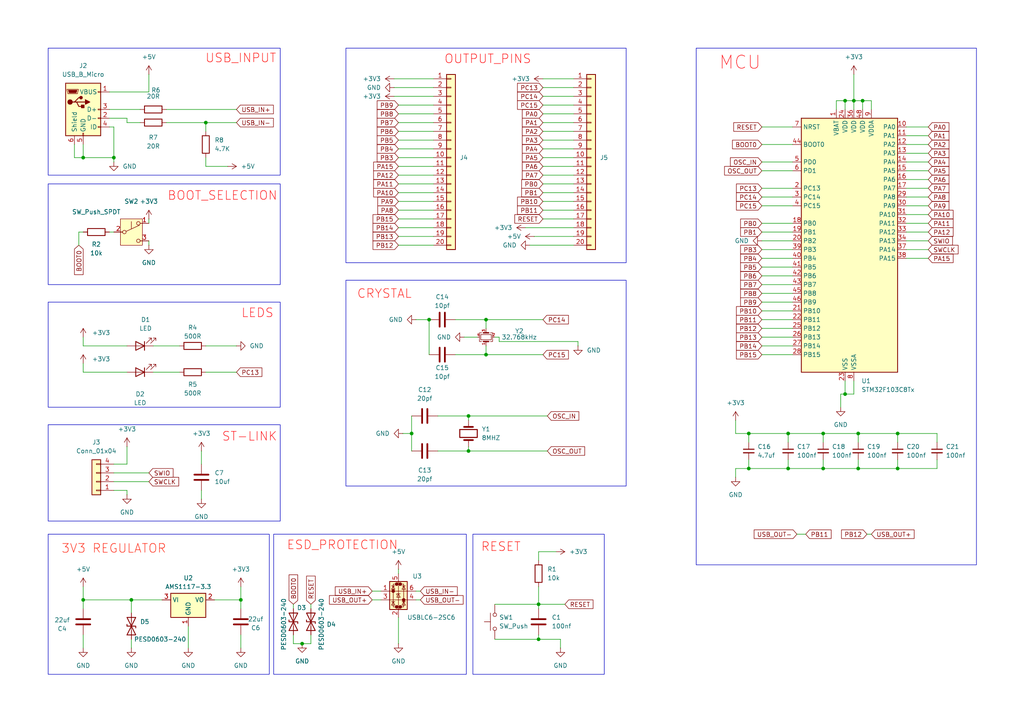
<source format=kicad_sch>
(kicad_sch (version 20250114) (generator "eeschema") (generator_version "9.0")
  (paper "A4")
  (title_block (title "stm32f103c8t6 (blue pill)") (date "2024-11-24") (rev "1.1") (company "made by omar alaa"))
  (lib_symbols
    (symbol "Connector:USB_B_Micro" (pin_names (offset 1.016))
      (property "Reference" "J" (at -5.08 11.43 0))
      (property "Value" "USB_B_Micro" (at -5.08 8.89 0))
      (symbol "USB_B_Micro_1_1"
        (pin passive line (at -2.54 -10.16 90) (length 2.54) (name "Shield") (number "6"))
        (pin power_out line (at 0 -10.16 90) (length 2.54) (name "GND") (number "5"))
        (pin power_out line (at 7.62 5.08 180) (length 2.54) (name "VBUS") (number "1"))
        (pin bidirectional line (at 7.62 0 180) (length 2.54) (name "D+") (number "3"))
        (pin bidirectional line (at 7.62 -2.54 180) (length 2.54) (name "D-") (number "2"))
        (pin passive line (at 7.62 -5.08 180) (length 2.54) (name "ID") (number "4"))
      )
    )
    (symbol "Connector_Generic:Conn_01x04" (pin_names (offset 1.016) (hide yes))
      (property "Reference" "J" (at 0 5.08 0))
      (property "Value" "Conn_01x04" (at 0 -7.62 0))
      (symbol "Conn_01x04_1_1"
        (pin passive line (at -5.08 2.54 0) (length 3.81) (name "Pin_1") (number "1"))
        (pin passive line (at -5.08 0 0) (length 3.81) (name "Pin_2") (number "2"))
        (pin passive line (at -5.08 -2.54 0) (length 3.81) (name "Pin_3") (number "3"))
        (pin passive line (at -5.08 -5.08 0) (length 3.81) (name "Pin_4") (number "4"))
      )
    )
    (symbol "Connector_Generic:Conn_01x20" (pin_names (offset 1.016) (hide yes))
      (property "Reference" "J" (at 0 25.4 0))
      (property "Value" "Conn_01x20" (at 0 -27.94 0))
      (symbol "Conn_01x20_1_1"
        (pin passive line (at -5.08 22.86 0) (length 3.81) (name "Pin_1") (number "1"))
        (pin passive line (at -5.08 20.32 0) (length 3.81) (name "Pin_2") (number "2"))
        (pin passive line (at -5.08 17.78 0) (length 3.81) (name "Pin_3") (number "3"))
        (pin passive line (at -5.08 15.24 0) (length 3.81) (name "Pin_4") (number "4"))
        (pin passive line (at -5.08 12.7 0) (length 3.81) (name "Pin_5") (number "5"))
        (pin passive line (at -5.08 10.16 0) (length 3.81) (name "Pin_6") (number "6"))
        (pin passive line (at -5.08 7.62 0) (length 3.81) (name "Pin_7") (number "7"))
        (pin passive line (at -5.08 5.08 0) (length 3.81) (name "Pin_8") (number "8"))
        (pin passive line (at -5.08 2.54 0) (length 3.81) (name "Pin_9") (number "9"))
        (pin passive line (at -5.08 0 0) (length 3.81) (name "Pin_10") (number "10"))
        (pin passive line (at -5.08 -2.54 0) (length 3.81) (name "Pin_11") (number "11"))
        (pin passive line (at -5.08 -5.08 0) (length 3.81) (name "Pin_12") (number "12"))
        (pin passive line (at -5.08 -7.62 0) (length 3.81) (name "Pin_13") (number "13"))
        (pin passive line (at -5.08 -10.16 0) (length 3.81) (name "Pin_14") (number "14"))
        (pin passive line (at -5.08 -12.7 0) (length 3.81) (name "Pin_15") (number "15"))
        (pin passive line (at -5.08 -15.24 0) (length 3.81) (name "Pin_16") (number "16"))
        (pin passive line (at -5.08 -17.78 0) (length 3.81) (name "Pin_17") (number "17"))
        (pin passive line (at -5.08 -20.32 0) (length 3.81) (name "Pin_18") (number "18"))
        (pin passive line (at -5.08 -22.86 0) (length 3.81) (name "Pin_19") (number "19"))
        (pin passive line (at -5.08 -25.4 0) (length 3.81) (name "Pin_20") (number "20"))
      )
    )
    (symbol "Device:C" (pin_numbers (hide yes)) (pin_names (offset 0.254))
      (property "Reference" "C" (at 0.635 2.54 0))
      (property "Value" "C" (at 0.635 -2.54 0))
      (symbol "C_1_1"
        (pin passive line (at 0 3.81 270) (length 2.794) (name "~") (number "1"))
        (pin passive line (at 0 -3.81 90) (length 2.794) (name "~") (number "2"))
      )
    )
    (symbol "Device:C_Small" (pin_numbers (hide yes)) (pin_names (offset 0.254) (hide yes))
      (property "Reference" "C" (at 0.254 1.778 0))
      (property "Value" "C_Small" (at 0.254 -2.032 0))
      (symbol "C_Small_1_1"
        (pin passive line (at 0 2.54 270) (length 2.032) (name "~") (number "1"))
        (pin passive line (at 0 -2.54 90) (length 2.032) (name "~") (number "2"))
      )
    )
    (symbol "Device:Crystal" (pin_numbers (hide yes)) (pin_names (offset 1.016) (hide yes))
      (property "Reference" "Y" (at 0 3.81 0))
      (property "Value" "Crystal" (at 0 -3.81 0))
      (symbol "Crystal_1_1"
        (pin passive line (at -3.81 0 0) (length 1.27) (name "1") (number "1"))
        (pin passive line (at 3.81 0 180) (length 1.27) (name "2") (number "2"))
      )
    )
    (symbol "Device:Crystal_GND24_Small" (pin_names (offset 1.016) (hide yes))
      (property "Reference" "Y" (at 1.27 4.445 0))
      (property "Value" "Crystal_GND24_Small" (at 1.27 2.54 0))
      (symbol "Crystal_GND24_Small_1_1"
        (pin passive line (at -2.54 0 0) (length 1.27) (name "1") (number "1"))
        (pin passive line (at 0 2.54 270) (length 0.635) (name "4") (number "4"))
        (pin passive line (at 0 -2.54 90) (length 0.635) (name "2") (number "2"))
        (pin passive line (at 2.54 0 180) (length 1.27) (name "3") (number "3"))
      )
    )
    (symbol "Device:LED" (pin_numbers (hide yes)) (pin_names (offset 1.016) (hide yes))
      (property "Reference" "D" (at 0 2.54 0))
      (property "Value" "LED" (at 0 -2.54 0))
      (symbol "LED_1_1"
        (pin passive line (at -3.81 0 0) (length 2.54) (name "K") (number "1"))
        (pin passive line (at 3.81 0 180) (length 2.54) (name "A") (number "2"))
      )
    )
    (symbol "Device:R" (pin_numbers (hide yes)) (pin_names (offset 0))
      (property "Reference" "R" (at 2.032 0 90))
      (property "Value" "R" (at 0 0 90))
      (symbol "R_1_1"
        (pin passive line (at 0 3.81 270) (length 1.27) (name "~") (number "1"))
        (pin passive line (at 0 -3.81 90) (length 1.27) (name "~") (number "2"))
      )
    )
    (symbol "MCU_ST_STM32F1:STM32F103C8Tx"
      (property "Reference" "U" (at -12.7 39.37 0))
      (property "Value" "STM32F103C8Tx" (at 10.16 39.37 0))
      (symbol "STM32F103C8Tx_1_1"
        (pin input line (at -15.24 35.56 0) (length 2.54) (name "NRST") (number "7"))
        (pin input line (at -15.24 30.48 0) (length 2.54) (name "BOOT0") (number "44"))
        (pin bidirectional line (at -15.24 25.4 0) (length 2.54) (name "PD0") (number "5"))
        (pin bidirectional line (at -15.24 22.86 0) (length 2.54) (name "PD1") (number "6"))
        (pin bidirectional line (at -15.24 17.78 0) (length 2.54) (name "PC13") (number "2"))
        (pin bidirectional line (at -15.24 15.24 0) (length 2.54) (name "PC14") (number "3"))
        (pin bidirectional line (at -15.24 12.7 0) (length 2.54) (name "PC15") (number "4"))
        (pin bidirectional line (at -15.24 7.62 0) (length 2.54) (name "PB0") (number "18"))
        (pin bidirectional line (at -15.24 5.08 0) (length 2.54) (name "PB1") (number "19"))
        (pin bidirectional line (at -15.24 2.54 0) (length 2.54) (name "PB2") (number "20"))
        (pin bidirectional line (at -15.24 0 0) (length 2.54) (name "PB3") (number "39"))
        (pin bidirectional line (at -15.24 -2.54 0) (length 2.54) (name "PB4") (number "40"))
        (pin bidirectional line (at -15.24 -5.08 0) (length 2.54) (name "PB5") (number "41"))
        (pin bidirectional line (at -15.24 -7.62 0) (length 2.54) (name "PB6") (number "42"))
        (pin bidirectional line (at -15.24 -10.16 0) (length 2.54) (name "PB7") (number "43"))
        (pin bidirectional line (at -15.24 -12.7 0) (length 2.54) (name "PB8") (number "45"))
        (pin bidirectional line (at -15.24 -15.24 0) (length 2.54) (name "PB9") (number "46"))
        (pin bidirectional line (at -15.24 -17.78 0) (length 2.54) (name "PB10") (number "21"))
        (pin bidirectional line (at -15.24 -20.32 0) (length 2.54) (name "PB11") (number "22"))
        (pin bidirectional line (at -15.24 -22.86 0) (length 2.54) (name "PB12") (number "25"))
        (pin bidirectional line (at -15.24 -25.4 0) (length 2.54) (name "PB13") (number "26"))
        (pin bidirectional line (at -15.24 -27.94 0) (length 2.54) (name "PB14") (number "27"))
        (pin bidirectional line (at -15.24 -30.48 0) (length 2.54) (name "PB15") (number "28"))
        (pin power_in line (at -2.54 40.64 270) (length 2.54) (name "VBAT") (number "1"))
        (pin power_in line (at 0 40.64 270) (length 2.54) (name "VDD") (number "24"))
        (pin power_in line (at 0 -38.1 90) (length 2.54) (name "VSS") (number "23"))
        (pin passive line (at 0 -38.1 90) (length 2.54) (hide yes) (name "VSS") (number "35"))
        (pin passive line (at 0 -38.1 90) (length 2.54) (hide yes) (name "VSS") (number "47"))
        (pin power_in line (at 2.54 40.64 270) (length 2.54) (name "VDD") (number "36"))
        (pin power_in line (at 2.54 -38.1 90) (length 2.54) (name "VSSA") (number "8"))
        (pin power_in line (at 5.08 40.64 270) (length 2.54) (name "VDD") (number "48"))
        (pin power_in line (at 7.62 40.64 270) (length 2.54) (name "VDDA") (number "9"))
        (pin bidirectional line (at 17.78 35.56 180) (length 2.54) (name "PA0") (number "10"))
        (pin bidirectional line (at 17.78 33.02 180) (length 2.54) (name "PA1") (number "11"))
        (pin bidirectional line (at 17.78 30.48 180) (length 2.54) (name "PA2") (number "12"))
        (pin bidirectional line (at 17.78 27.94 180) (length 2.54) (name "PA3") (number "13"))
        (pin bidirectional line (at 17.78 25.4 180) (length 2.54) (name "PA4") (number "14"))
        (pin bidirectional line (at 17.78 22.86 180) (length 2.54) (name "PA5") (number "15"))
        (pin bidirectional line (at 17.78 20.32 180) (length 2.54) (name "PA6") (number "16"))
        (pin bidirectional line (at 17.78 17.78 180) (length 2.54) (name "PA7") (number "17"))
        (pin bidirectional line (at 17.78 15.24 180) (length 2.54) (name "PA8") (number "29"))
        (pin bidirectional line (at 17.78 12.7 180) (length 2.54) (name "PA9") (number "30"))
        (pin bidirectional line (at 17.78 10.16 180) (length 2.54) (name "PA10") (number "31"))
        (pin bidirectional line (at 17.78 7.62 180) (length 2.54) (name "PA11") (number "32"))
        (pin bidirectional line (at 17.78 5.08 180) (length 2.54) (name "PA12") (number "33"))
        (pin bidirectional line (at 17.78 2.54 180) (length 2.54) (name "PA13") (number "34"))
        (pin bidirectional line (at 17.78 0 180) (length 2.54) (name "PA14") (number "37"))
        (pin bidirectional line (at 17.78 -2.54 180) (length 2.54) (name "PA15") (number "38"))
      )
    )
    (symbol "Power_Protection:USBLC6-2SC6" (pin_names (hide yes))
      (property "Reference" "U" (at 0.635 5.715 0))
      (property "Value" "USBLC6-2SC6" (at 0.635 3.81 0))
      (symbol "USBLC6-2SC6_1_1"
        (pin passive line (at -5.08 0 0) (length 2.54) (name "I/O1") (number "1"))
        (pin passive line (at -5.08 -2.54 0) (length 2.54) (name "I/O2") (number "3"))
        (pin passive line (at 0 5.08 270) (length 2.54) (name "VBUS") (number "5"))
        (pin passive line (at 0 -7.62 90) (length 2.54) (name "GND") (number "2"))
        (pin passive line (at 5.08 0 180) (length 2.54) (name "I/O1") (number "6"))
        (pin passive line (at 5.08 -2.54 180) (length 2.54) (name "I/O2") (number "4"))
      )
    )
    (symbol "Regulator_Linear:AMS1117-3.3"
      (property "Reference" "U" (at -3.81 3.175 0))
      (property "Value" "AMS1117-3.3" (at 0 3.175 0))
      (symbol "AMS1117-3.3_1_1"
        (pin power_in line (at -7.62 0 0) (length 2.54) (name "VI") (number "3"))
        (pin power_in line (at 0 -7.62 90) (length 2.54) (name "GND") (number "1"))
        (pin power_out line (at 7.62 0 180) (length 2.54) (name "VO") (number "2"))
      )
    )
    (symbol "SparkFun-DiscreteSemi:D_TVS_0603" (pin_numbers (hide yes)) (pin_names (offset 1.016) (hide yes))
      (property "Reference" "D" (at 0 2.54 0))
      (property "Value" "PESD0603-240" (at 0 -2.54 0))
      (symbol "D_TVS_0603_1_1"
        (pin passive line (at -3.81 0 0) (length 2.54) (name "A1") (number "1"))
        (pin passive line (at 3.81 0 180) (length 2.54) (name "A2") (number "2"))
      )
    )
    (symbol "Switch:SW_Push" (pin_numbers (hide yes)) (pin_names (offset 1.016) (hide yes))
      (property "Reference" "SW" (at 1.27 2.54 0))
      (property "Value" "SW_Push" (at 0 -1.524 0))
      (symbol "SW_Push_0_1"
        (pin passive line (at -5.08 0 0) (length 2.54) (name "1") (number "1"))
        (pin passive line (at 5.08 0 180) (length 2.54) (name "2") (number "2"))
      )
    )
    (symbol "Switch:SW_Push_SPDT" (pin_names (offset 0) (hide yes))
      (property "Reference" "SW" (at 0 5.08 0))
      (property "Value" "SW_Push_SPDT" (at 0 -5.08 0))
      (symbol "SW_Push_SPDT_1_1"
        (pin passive line (at -5.08 0 0) (length 2.54) (name "B") (number "2"))
        (pin passive line (at 5.08 2.54 180) (length 2.54) (name "A") (number "1"))
        (pin passive line (at 5.08 -2.54 180) (length 2.54) (name "C") (number "3"))
      )
    )
    (symbol "power:+3V3" (power) (pin_numbers (hide yes)) (pin_names (offset 0) (hide yes))
      (property "Value" "+3V3" (at 0 3.556 0))
      (symbol "+3V3_1_1"
        (pin power_in line (at 0 0 90) (length 0) (name "~") (number "1"))
      )
    )
    (symbol "power:+5V" (power) (pin_numbers (hide yes)) (pin_names (offset 0) (hide yes))
      (property "Value" "+5V" (at 0 3.556 0))
      (symbol "+5V_1_1"
        (pin power_in line (at 0 0 90) (length 0) (name "~") (number "1"))
      )
    )
    (symbol "power:GND" (power) (pin_numbers (hide yes)) (pin_names (offset 0) (hide yes))
      (property "Value" "GND" (at 0 -3.81 0))
      (symbol "GND_1_1"
        (pin power_in line (at 0 0 270) (length 0) (name "~") (number "1"))
      )
    )
  )
  (rectangle (start 100.33 81.28) (end 181.61 140.97))
  (rectangle (start 13.97 154.94) (end 78.105 195.58))
  (rectangle (start 13.97 13.97) (end 81.28 50.8))
  (rectangle (start 13.97 53.34) (end 81.28 82.55))
  (rectangle (start 79.375 154.94) (end 135.255 195.58))
  (rectangle (start 137.16 154.94) (end 175.26 195.58))
  (rectangle (start 13.97 87.63) (end 81.28 118.11))
  (rectangle (start 100.33 13.97) (end 181.61 76.2))
  (rectangle (start 201.93 13.97) (end 283.21 163.83))
  (rectangle (start 13.97 123.19) (end 81.28 151.13))
  (text "CRYSTAL\n" (at 111.506 85.344 0) (effects (font (size 2.54 2.54))))
  (text "ST-LINK\n" (at 72.39 126.746 0) (effects (font (size 2.54 2.54))))
  (text "RESET" (at 145.288 158.75 0) (effects (font (size 2.54 2.54))))
  (text "ESD_PROTECTION\n" (at 99.314 158.242 0) (effects (font (size 2.54 2.54))))
  (text "USB_INPUT\n" (at 69.85 17.018 0) (effects (font (size 2.54 2.54))))
  (text "BOOT_SELECTION\n" (at 64.516 56.896 0) (effects (font (size 2.54 2.54))))
  (text "MCU\n" (at 214.63 18.288 0) (effects (font (size 3.81 3.81))))
  (text "LEDS" (at 74.676 90.932 0) (effects (font (size 2.54 2.54))))
  (text "OUTPUT_PINS" (at 141.478 17.272 0) (effects (font (size 2.54 2.54))))
  (text "3V3 REGULATOR" (at 33.02 159.258 0) (effects (font (size 2.54 2.54))))
  (junction (at 124.46 92.71))
  (junction (at 247.65 29.21))
  (junction (at 135.89 130.81))
  (junction (at 59.69 35.56))
  (junction (at 69.85 173.99))
  (junction (at 33.02 45.72))
  (junction (at 87.63 186.69))
  (junction (at 119.38 125.73))
  (junction (at 217.17 135.89))
  (junction (at 245.11 29.21))
  (junction (at 156.21 185.42))
  (junction (at 248.92 135.89))
  (junction (at 140.97 102.87))
  (junction (at 238.76 135.89))
  (junction (at 24.13 173.99))
  (junction (at 248.92 125.73))
  (junction (at 228.6 135.89))
  (junction (at 24.13 45.72))
  (junction (at 250.19 29.21))
  (junction (at 156.21 175.26))
  (junction (at 228.6 125.73))
  (junction (at 260.35 135.89))
  (junction (at 217.17 125.73))
  (junction (at 135.89 120.65))
  (junction (at 140.97 92.71))
  (junction (at 38.1 173.99))
  (junction (at 245.11 114.3))
  (junction (at 238.76 125.73))
  (junction (at 260.35 125.73))
  (wire (pts (xy 217.17 135.89) (xy 217.17 133.35)))
  (wire (pts (xy 156.21 170.18) (xy 156.21 175.26)))
  (wire (pts (xy 220.98 57.15) (xy 229.87 57.15)))
  (wire (pts (xy 31.75 31.75) (xy 40.64 31.75)))
  (wire (pts (xy 260.35 128.27) (xy 260.35 125.73)))
  (wire (pts (xy 157.48 38.1) (xy 166.37 38.1)))
  (wire (pts (xy 69.85 170.18) (xy 69.85 173.99)))
  (wire (pts (xy 163.83 175.26) (xy 156.21 175.26)))
  (wire (pts (xy 220.98 41.91) (xy 229.87 41.91)))
  (wire (pts (xy 140.97 92.71) (xy 157.48 92.71)))
  (wire (pts (xy 36.83 35.56) (xy 36.83 34.29)))
  (wire (pts (xy 252.73 29.21) (xy 252.73 31.75)))
  (wire (pts (xy 59.69 35.56) (xy 59.69 38.1)))
  (wire (pts (xy 134.62 97.79) (xy 138.43 97.79)))
  (wire (pts (xy 247.65 21.59) (xy 247.65 29.21)))
  (wire (pts (xy 116.84 125.73) (xy 119.38 125.73)))
  (wire (pts (xy 115.57 63.5) (xy 125.73 63.5)))
  (wire (pts (xy 115.57 58.42) (xy 125.73 58.42)))
  (wire (pts (xy 245.11 110.49) (xy 245.11 114.3)))
  (wire (pts (xy 220.98 95.25) (xy 229.87 95.25)))
  (wire (pts (xy 220.98 92.71) (xy 229.87 92.71)))
  (wire (pts (xy 115.57 165.1) (xy 115.57 166.37)))
  (wire (pts (xy 217.17 135.89) (xy 228.6 135.89)))
  (wire (pts (xy 33.02 139.7) (xy 43.18 139.7)))
  (wire (pts (xy 115.57 38.1) (xy 125.73 38.1)))
  (wire (pts (xy 220.98 97.79) (xy 229.87 97.79)))
  (wire (pts (xy 213.36 125.73) (xy 217.17 125.73)))
  (wire (pts (xy 220.98 102.87) (xy 229.87 102.87)))
  (wire (pts (xy 58.42 142.24) (xy 58.42 144.78)))
  (wire (pts (xy 66.04 48.26) (xy 59.69 48.26)))
  (wire (pts (xy 114.3 27.94) (xy 125.73 27.94)))
  (wire (pts (xy 269.24 52.07) (xy 262.89 52.07)))
  (wire (pts (xy 238.76 128.27) (xy 238.76 125.73)))
  (wire (pts (xy 58.42 130.81) (xy 58.42 134.62)))
  (wire (pts (xy 24.13 173.99) (xy 38.1 173.99)))
  (wire (pts (xy 213.36 121.92) (xy 213.36 125.73)))
  (wire (pts (xy 269.24 59.69) (xy 262.89 59.69)))
  (wire (pts (xy 157.48 53.34) (xy 166.37 53.34)))
  (wire (pts (xy 269.24 74.93) (xy 262.89 74.93)))
  (wire (pts (xy 156.21 175.26) (xy 143.51 175.26)))
  (wire (pts (xy 157.48 45.72) (xy 166.37 45.72)))
  (wire (pts (xy 107.95 173.99) (xy 110.49 173.99)))
  (wire (pts (xy 220.98 36.83) (xy 229.87 36.83)))
  (wire (pts (xy 269.24 69.85) (xy 262.89 69.85)))
  (wire (pts (xy 228.6 135.89) (xy 238.76 135.89)))
  (wire (pts (xy 220.98 82.55) (xy 229.87 82.55)))
  (wire (pts (xy 119.38 125.73) (xy 119.38 130.81)))
  (wire (pts (xy 252.73 29.21) (xy 250.19 29.21)))
  (wire (pts (xy 245.11 114.3) (xy 243.84 114.3)))
  (wire (pts (xy 24.13 105.41) (xy 24.13 107.95)))
  (wire (pts (xy 48.26 31.75) (xy 68.58 31.75)))
  (wire (pts (xy 119.38 120.65) (xy 119.38 125.73)))
  (wire (pts (xy 156.21 176.53) (xy 156.21 175.26)))
  (wire (pts (xy 157.48 60.96) (xy 166.37 60.96)))
  (wire (pts (xy 157.48 40.64) (xy 166.37 40.64)))
  (wire (pts (xy 248.92 135.89) (xy 260.35 135.89)))
  (wire (pts (xy 260.35 135.89) (xy 271.78 135.89)))
  (wire (pts (xy 248.92 128.27) (xy 248.92 125.73)))
  (wire (pts (xy 115.57 50.8) (xy 125.73 50.8)))
  (wire (pts (xy 269.24 41.91) (xy 262.89 41.91)))
  (wire (pts (xy 24.13 41.91) (xy 24.13 45.72)))
  (wire (pts (xy 33.02 46.99) (xy 33.02 45.72)))
  (wire (pts (xy 24.13 184.15) (xy 24.13 187.96)))
  (wire (pts (xy 220.98 87.63) (xy 229.87 87.63)))
  (wire (pts (xy 107.95 171.45) (xy 110.49 171.45)))
  (wire (pts (xy 269.24 39.37) (xy 262.89 39.37)))
  (wire (pts (xy 44.45 100.33) (xy 52.07 100.33)))
  (wire (pts (xy 135.89 130.81) (xy 158.75 130.81)))
  (wire (pts (xy 38.1 173.99) (xy 38.1 177.8)))
  (wire (pts (xy 271.78 135.89) (xy 271.78 133.35)))
  (wire (pts (xy 115.57 53.34) (xy 125.73 53.34)))
  (wire (pts (xy 33.02 142.24) (xy 36.83 142.24)))
  (wire (pts (xy 59.69 48.26) (xy 59.69 45.72)))
  (wire (pts (xy 269.24 54.61) (xy 262.89 54.61)))
  (wire (pts (xy 248.92 135.89) (xy 248.92 133.35)))
  (wire (pts (xy 24.13 170.18) (xy 24.13 173.99)))
  (wire (pts (xy 115.57 33.02) (xy 125.73 33.02)))
  (wire (pts (xy 115.57 40.64) (xy 125.73 40.64)))
  (wire (pts (xy 38.1 187.96) (xy 38.1 185.42)))
  (wire (pts (xy 21.59 41.91) (xy 21.59 45.72)))
  (wire (pts (xy 135.89 130.81) (xy 135.89 129.54)))
  (wire (pts (xy 38.1 173.99) (xy 46.99 173.99)))
  (wire (pts (xy 85.09 175.26) (xy 85.09 176.53)))
  (wire (pts (xy 48.26 35.56) (xy 59.69 35.56)))
  (wire (pts (xy 157.48 58.42) (xy 166.37 58.42)))
  (wire (pts (xy 120.65 173.99) (xy 121.92 173.99)))
  (wire (pts (xy 24.13 107.95) (xy 36.83 107.95)))
  (wire (pts (xy 250.19 31.75) (xy 250.19 29.21)))
  (wire (pts (xy 220.98 64.77) (xy 229.87 64.77)))
  (wire (pts (xy 33.02 36.83) (xy 33.02 45.72)))
  (wire (pts (xy 220.98 69.85) (xy 229.87 69.85)))
  (wire (pts (xy 59.69 100.33) (xy 68.58 100.33)))
  (wire (pts (xy 245.11 29.21) (xy 245.11 31.75)))
  (wire (pts (xy 161.29 160.02) (xy 156.21 160.02)))
  (wire (pts (xy 40.64 35.56) (xy 36.83 35.56)))
  (wire (pts (xy 132.08 92.71) (xy 140.97 92.71)))
  (wire (pts (xy 271.78 125.73) (xy 260.35 125.73)))
  (wire (pts (xy 238.76 125.73) (xy 248.92 125.73)))
  (wire (pts (xy 143.51 185.42) (xy 156.21 185.42)))
  (wire (pts (xy 85.09 186.69) (xy 85.09 184.15)))
  (wire (pts (xy 144.78 97.79) (xy 144.78 99.06)))
  (wire (pts (xy 217.17 128.27) (xy 217.17 125.73)))
  (wire (pts (xy 269.24 64.77) (xy 262.89 64.77)))
  (wire (pts (xy 115.57 55.88) (xy 125.73 55.88)))
  (wire (pts (xy 238.76 135.89) (xy 238.76 133.35)))
  (wire (pts (xy 22.86 67.31) (xy 24.13 67.31)))
  (wire (pts (xy 135.89 120.65) (xy 158.75 120.65)))
  (wire (pts (xy 220.98 85.09) (xy 229.87 85.09)))
  (wire (pts (xy 269.24 46.99) (xy 262.89 46.99)))
  (wire (pts (xy 36.83 142.24) (xy 36.83 143.51)))
  (wire (pts (xy 233.68 154.94) (xy 231.14 154.94)))
  (wire (pts (xy 242.57 29.21) (xy 242.57 31.75)))
  (wire (pts (xy 90.17 186.69) (xy 87.63 186.69)))
  (wire (pts (xy 24.13 176.53) (xy 24.13 173.99)))
  (wire (pts (xy 62.23 173.99) (xy 69.85 173.99)))
  (wire (pts (xy 120.65 171.45) (xy 121.92 171.45)))
  (wire (pts (xy 43.18 71.12) (xy 43.18 69.85)))
  (wire (pts (xy 44.45 107.95) (xy 52.07 107.95)))
  (wire (pts (xy 87.63 186.69) (xy 85.09 186.69)))
  (wire (pts (xy 220.98 49.53) (xy 229.87 49.53)))
  (wire (pts (xy 69.85 184.15) (xy 69.85 187.96)))
  (wire (pts (xy 22.86 71.12) (xy 22.86 67.31)))
  (wire (pts (xy 220.98 59.69) (xy 229.87 59.69)))
  (wire (pts (xy 140.97 100.33) (xy 140.97 102.87)))
  (wire (pts (xy 271.78 128.27) (xy 271.78 125.73)))
  (wire (pts (xy 69.85 176.53) (xy 69.85 173.99)))
  (wire (pts (xy 247.65 29.21) (xy 250.19 29.21)))
  (wire (pts (xy 135.89 120.65) (xy 135.89 121.92)))
  (wire (pts (xy 36.83 129.54) (xy 36.83 134.62)))
  (wire (pts (xy 59.69 107.95) (xy 68.58 107.95)))
  (wire (pts (xy 238.76 135.89) (xy 248.92 135.89)))
  (wire (pts (xy 31.75 67.31) (xy 33.02 67.31)))
  (wire (pts (xy 167.64 99.06) (xy 167.64 100.33)))
  (wire (pts (xy 220.98 54.61) (xy 229.87 54.61)))
  (wire (pts (xy 115.57 48.26) (xy 125.73 48.26)))
  (wire (pts (xy 157.48 33.02) (xy 166.37 33.02)))
  (wire (pts (xy 33.02 137.16) (xy 43.18 137.16)))
  (wire (pts (xy 220.98 80.01) (xy 229.87 80.01)))
  (wire (pts (xy 213.36 135.89) (xy 217.17 135.89)))
  (wire (pts (xy 36.83 134.62) (xy 33.02 134.62)))
  (wire (pts (xy 115.57 68.58) (xy 125.73 68.58)))
  (wire (pts (xy 162.56 185.42) (xy 162.56 187.96)))
  (wire (pts (xy 124.46 92.71) (xy 124.46 102.87)))
  (wire (pts (xy 269.24 36.83) (xy 262.89 36.83)))
  (wire (pts (xy 251.46 154.94) (xy 252.73 154.94)))
  (wire (pts (xy 127 120.65) (xy 135.89 120.65)))
  (wire (pts (xy 36.83 34.29) (xy 31.75 34.29)))
  (wire (pts (xy 248.92 125.73) (xy 260.35 125.73)))
  (wire (pts (xy 157.48 43.18) (xy 166.37 43.18)))
  (wire (pts (xy 144.78 99.06) (xy 167.64 99.06)))
  (wire (pts (xy 247.65 29.21) (xy 245.11 29.21)))
  (wire (pts (xy 54.61 181.61) (xy 54.61 187.96)))
  (wire (pts (xy 115.57 71.12) (xy 125.73 71.12)))
  (wire (pts (xy 24.13 97.79) (xy 24.13 100.33)))
  (wire (pts (xy 228.6 135.89) (xy 228.6 133.35)))
  (wire (pts (xy 162.56 185.42) (xy 156.21 185.42)))
  (wire (pts (xy 217.17 125.73) (xy 228.6 125.73)))
  (wire (pts (xy 59.69 35.56) (xy 68.58 35.56)))
  (wire (pts (xy 115.57 66.04) (xy 125.73 66.04)))
  (wire (pts (xy 157.48 55.88) (xy 166.37 55.88)))
  (wire (pts (xy 156.21 185.42) (xy 156.21 184.15)))
  (wire (pts (xy 114.3 25.4) (xy 125.73 25.4)))
  (wire (pts (xy 90.17 175.26) (xy 90.17 176.53)))
  (wire (pts (xy 220.98 77.47) (xy 229.87 77.47)))
  (wire (pts (xy 24.13 100.33) (xy 36.83 100.33)))
  (wire (pts (xy 43.18 63.5) (xy 43.18 64.77)))
  (wire (pts (xy 21.59 45.72) (xy 24.13 45.72)))
  (wire (pts (xy 228.6 128.27) (xy 228.6 125.73)))
  (wire (pts (xy 114.3 22.86) (xy 125.73 22.86)))
  (wire (pts (xy 153.67 71.12) (xy 166.37 71.12)))
  (wire (pts (xy 115.57 35.56) (xy 125.73 35.56)))
  (wire (pts (xy 157.48 27.94) (xy 166.37 27.94)))
  (wire (pts (xy 220.98 67.31) (xy 229.87 67.31)))
  (wire (pts (xy 24.13 45.72) (xy 33.02 45.72)))
  (wire (pts (xy 115.57 186.69) (xy 115.57 179.07)))
  (wire (pts (xy 154.94 68.58) (xy 166.37 68.58)))
  (wire (pts (xy 269.24 49.53) (xy 262.89 49.53)))
  (wire (pts (xy 127 130.81) (xy 135.89 130.81)))
  (wire (pts (xy 157.48 22.86) (xy 166.37 22.86)))
  (wire (pts (xy 213.36 138.43) (xy 213.36 135.89)))
  (wire (pts (xy 220.98 72.39) (xy 229.87 72.39)))
  (wire (pts (xy 156.21 160.02) (xy 156.21 162.56)))
  (wire (pts (xy 269.24 44.45) (xy 262.89 44.45)))
  (wire (pts (xy 242.57 29.21) (xy 245.11 29.21)))
  (wire (pts (xy 115.57 30.48) (xy 125.73 30.48)))
  (wire (pts (xy 43.18 21.59) (xy 43.18 26.67)))
  (wire (pts (xy 269.24 72.39) (xy 262.89 72.39)))
  (wire (pts (xy 247.65 114.3) (xy 247.65 110.49)))
  (wire (pts (xy 269.24 57.15) (xy 262.89 57.15)))
  (wire (pts (xy 132.08 102.87) (xy 140.97 102.87)))
  (wire (pts (xy 260.35 135.89) (xy 260.35 133.35)))
  (wire (pts (xy 90.17 184.15) (xy 90.17 186.69)))
  (wire (pts (xy 140.97 92.71) (xy 140.97 95.25)))
  (wire (pts (xy 220.98 74.93) (xy 229.87 74.93)))
  (wire (pts (xy 144.78 97.79) (xy 143.51 97.79)))
  (wire (pts (xy 43.18 26.67) (xy 31.75 26.67)))
  (wire (pts (xy 247.65 29.21) (xy 247.65 31.75)))
  (wire (pts (xy 152.4 66.04) (xy 166.37 66.04)))
  (wire (pts (xy 120.65 92.71) (xy 124.46 92.71)))
  (wire (pts (xy 115.57 45.72) (xy 125.73 45.72)))
  (wire (pts (xy 269.24 67.31) (xy 262.89 67.31)))
  (wire (pts (xy 220.98 46.99) (xy 229.87 46.99)))
  (wire (pts (xy 157.48 25.4) (xy 166.37 25.4)))
  (wire (pts (xy 228.6 125.73) (xy 238.76 125.73)))
  (wire (pts (xy 157.48 30.48) (xy 166.37 30.48)))
  (wire (pts (xy 220.98 100.33) (xy 229.87 100.33)))
  (wire (pts (xy 157.48 35.56) (xy 166.37 35.56)))
  (wire (pts (xy 31.75 36.83) (xy 33.02 36.83)))
  (wire (pts (xy 247.65 114.3) (xy 245.11 114.3)))
  (wire (pts (xy 243.84 118.11) (xy 243.84 114.3)))
  (wire (pts (xy 220.98 90.17) (xy 229.87 90.17)))
  (wire (pts (xy 269.24 62.23) (xy 262.89 62.23)))
  (wire (pts (xy 157.48 63.5) (xy 166.37 63.5)))
  (wire (pts (xy 140.97 102.87) (xy 157.48 102.87)))
  (wire (pts (xy 115.57 43.18) (xy 125.73 43.18)))
  (wire (pts (xy 157.48 48.26) (xy 166.37 48.26)))
  (wire (pts (xy 115.57 60.96) (xy 125.73 60.96)))
  (wire (pts (xy 157.48 50.8) (xy 166.37 50.8)))
  (global_label "SWIO" (shape input) (at 269.24 69.85 0) (property "Intersheetrefs" "${INTERSHEET_REFS}" (effects (hide yes))))
  (global_label "PA6" (shape input) (at 269.24 52.07 0) (property "Intersheetrefs" "${INTERSHEET_REFS}" (effects (hide yes))))
  (global_label "PC15" (shape input) (at 220.98 59.69 180) (property "Intersheetrefs" "${INTERSHEET_REFS}" (effects (hide yes))))
  (global_label "PB12" (shape input) (at 220.98 95.25 180) (property "Intersheetrefs" "${INTERSHEET_REFS}" (effects (hide yes))))
  (global_label "PA8" (shape input) (at 269.24 57.15 0) (property "Intersheetrefs" "${INTERSHEET_REFS}" (effects (hide yes))))
  (global_label "USB_OUT+" (shape input) (at 107.95 173.99 180) (property "Intersheetrefs" "${INTERSHEET_REFS}" (effects (hide yes))))
  (global_label "USB_IN-" (shape input) (at 68.58 35.56 0) (property "Intersheetrefs" "${INTERSHEET_REFS}" (effects (hide yes))))
  (global_label "RESET" (shape input) (at 220.98 36.83 180) (property "Intersheetrefs" "${INTERSHEET_REFS}" (effects (hide yes))))
  (global_label "PA9" (shape input) (at 269.24 59.69 0) (property "Intersheetrefs" "${INTERSHEET_REFS}" (effects (hide yes))))
  (global_label "PB4" (shape input) (at 115.57 43.18 180) (property "Intersheetrefs" "${INTERSHEET_REFS}" (effects (hide yes))))
  (global_label "PB9" (shape input) (at 220.98 87.63 180) (property "Intersheetrefs" "${INTERSHEET_REFS}" (effects (hide yes))))
  (global_label "PB14" (shape input) (at 115.57 66.04 180) (property "Intersheetrefs" "${INTERSHEET_REFS}" (effects (hide yes))))
  (global_label "BOOT0" (shape input) (at 85.09 175.26 90) (property "Intersheetrefs" "${INTERSHEET_REFS}" (effects (hide yes))))
  (global_label "PC15" (shape input) (at 157.48 102.87 0) (property "Intersheetrefs" "${INTERSHEET_REFS}" (effects (hide yes))))
  (global_label "PB11" (shape input) (at 157.48 60.96 180) (property "Intersheetrefs" "${INTERSHEET_REFS}" (effects (hide yes))))
  (global_label "USB_OUT+" (shape input) (at 252.73 154.94 0) (property "Intersheetrefs" "${INTERSHEET_REFS}" (effects (hide yes))))
  (global_label "PB11" (shape input) (at 233.68 154.94 0) (property "Intersheetrefs" "${INTERSHEET_REFS}" (effects (hide yes))))
  (global_label "PB4" (shape input) (at 220.98 74.93 180) (property "Intersheetrefs" "${INTERSHEET_REFS}" (effects (hide yes))))
  (global_label "PC15" (shape input) (at 157.48 30.48 180) (property "Intersheetrefs" "${INTERSHEET_REFS}" (effects (hide yes))))
  (global_label "PB1" (shape input) (at 157.48 55.88 180) (property "Intersheetrefs" "${INTERSHEET_REFS}" (effects (hide yes))))
  (global_label "PB13" (shape input) (at 220.98 97.79 180) (property "Intersheetrefs" "${INTERSHEET_REFS}" (effects (hide yes))))
  (global_label "PB14" (shape input) (at 220.98 100.33 180) (property "Intersheetrefs" "${INTERSHEET_REFS}" (effects (hide yes))))
  (global_label "PA2" (shape input) (at 157.48 38.1 180) (property "Intersheetrefs" "${INTERSHEET_REFS}" (effects (hide yes))))
  (global_label "PB8" (shape input) (at 220.98 85.09 180) (property "Intersheetrefs" "${INTERSHEET_REFS}" (effects (hide yes))))
  (global_label "PB8" (shape input) (at 115.57 33.02 180) (property "Intersheetrefs" "${INTERSHEET_REFS}" (effects (hide yes))))
  (global_label "PB0" (shape input) (at 157.48 53.34 180) (property "Intersheetrefs" "${INTERSHEET_REFS}" (effects (hide yes))))
  (global_label "PA3" (shape input) (at 269.24 44.45 0) (property "Intersheetrefs" "${INTERSHEET_REFS}" (effects (hide yes))))
  (global_label "PA12" (shape input) (at 115.57 50.8 180) (property "Intersheetrefs" "${INTERSHEET_REFS}" (effects (hide yes))))
  (global_label "PB6" (shape input) (at 115.57 38.1 180) (property "Intersheetrefs" "${INTERSHEET_REFS}" (effects (hide yes))))
  (global_label "PA4" (shape input) (at 157.48 43.18 180) (property "Intersheetrefs" "${INTERSHEET_REFS}" (effects (hide yes))))
  (global_label "PB9" (shape input) (at 115.57 30.48 180) (property "Intersheetrefs" "${INTERSHEET_REFS}" (effects (hide yes))))
  (global_label "PA5" (shape input) (at 157.48 45.72 180) (property "Intersheetrefs" "${INTERSHEET_REFS}" (effects (hide yes))))
  (global_label "PA12" (shape input) (at 269.24 67.31 0) (property "Intersheetrefs" "${INTERSHEET_REFS}" (effects (hide yes))))
  (global_label "PB12" (shape input) (at 251.46 154.94 180) (property "Intersheetrefs" "${INTERSHEET_REFS}" (effects (hide yes))))
  (global_label "OSC_OUT" (shape input) (at 158.75 130.81 0) (property "Intersheetrefs" "${INTERSHEET_REFS}" (effects (hide yes))))
  (global_label "SWCLK" (shape input) (at 269.24 72.39 0) (property "Intersheetrefs" "${INTERSHEET_REFS}" (effects (hide yes))))
  (global_label "PB0" (shape input) (at 220.98 64.77 180) (property "Intersheetrefs" "${INTERSHEET_REFS}" (effects (hide yes))))
  (global_label "PC13" (shape input) (at 220.98 54.61 180) (property "Intersheetrefs" "${INTERSHEET_REFS}" (effects (hide yes))))
  (global_label "USB_IN+" (shape input) (at 107.95 171.45 180) (property "Intersheetrefs" "${INTERSHEET_REFS}" (effects (hide yes))))
  (global_label "OSC_IN" (shape input) (at 220.98 46.99 180) (property "Intersheetrefs" "${INTERSHEET_REFS}" (effects (hide yes))))
  (global_label "PB11" (shape input) (at 220.98 92.71 180) (property "Intersheetrefs" "${INTERSHEET_REFS}" (effects (hide yes))))
  (global_label "OSC_OUT" (shape input) (at 220.98 49.53 180) (property "Intersheetrefs" "${INTERSHEET_REFS}" (effects (hide yes))))
  (global_label "PA10" (shape input) (at 269.24 62.23 0) (property "Intersheetrefs" "${INTERSHEET_REFS}" (effects (hide yes))))
  (global_label "PB12" (shape input) (at 115.57 71.12 180) (property "Intersheetrefs" "${INTERSHEET_REFS}" (effects (hide yes))))
  (global_label "PA0" (shape input) (at 269.24 36.83 0) (property "Intersheetrefs" "${INTERSHEET_REFS}" (effects (hide yes))))
  (global_label "PA15" (shape input) (at 115.57 48.26 180) (property "Intersheetrefs" "${INTERSHEET_REFS}" (effects (hide yes))))
  (global_label "PA15" (shape input) (at 269.24 74.93 0) (property "Intersheetrefs" "${INTERSHEET_REFS}" (effects (hide yes))))
  (global_label "PB3" (shape input) (at 220.98 72.39 180) (property "Intersheetrefs" "${INTERSHEET_REFS}" (effects (hide yes))))
  (global_label "PA3" (shape input) (at 157.48 40.64 180) (property "Intersheetrefs" "${INTERSHEET_REFS}" (effects (hide yes))))
  (global_label "USB_IN+" (shape input) (at 68.58 31.75 0) (property "Intersheetrefs" "${INTERSHEET_REFS}" (effects (hide yes))))
  (global_label "BOOT0" (shape input) (at 22.86 71.12 270) (property "Intersheetrefs" "${INTERSHEET_REFS}" (effects (hide yes))))
  (global_label "PB10" (shape input) (at 220.98 90.17 180) (property "Intersheetrefs" "${INTERSHEET_REFS}" (effects (hide yes))))
  (global_label "RESET" (shape input) (at 163.83 175.26 0) (property "Intersheetrefs" "${INTERSHEET_REFS}" (effects (hide yes))))
  (global_label "PB15" (shape input) (at 220.98 102.87 180) (property "Intersheetrefs" "${INTERSHEET_REFS}" (effects (hide yes))))
  (global_label "PA8" (shape input) (at 115.57 60.96 180) (property "Intersheetrefs" "${INTERSHEET_REFS}" (effects (hide yes))))
  (global_label "PC14" (shape input) (at 157.48 27.94 180) (property "Intersheetrefs" "${INTERSHEET_REFS}" (effects (hide yes))))
  (global_label "PB3" (shape input) (at 115.57 45.72 180) (property "Intersheetrefs" "${INTERSHEET_REFS}" (effects (hide yes))))
  (global_label "RESET" (shape input) (at 90.17 175.26 90) (property "Intersheetrefs" "${INTERSHEET_REFS}" (effects (hide yes))))
  (global_label "PA9" (shape input) (at 115.57 58.42 180) (property "Intersheetrefs" "${INTERSHEET_REFS}" (effects (hide yes))))
  (global_label "SWIO" (shape input) (at 43.18 137.16 0) (property "Intersheetrefs" "${INTERSHEET_REFS}" (effects (hide yes))))
  (global_label "RESET" (shape input) (at 157.48 63.5 180) (property "Intersheetrefs" "${INTERSHEET_REFS}" (effects (hide yes))))
  (global_label "PB1" (shape input) (at 220.98 67.31 180) (property "Intersheetrefs" "${INTERSHEET_REFS}" (effects (hide yes))))
  (global_label "USB_OUT-" (shape input) (at 121.92 173.99 0) (property "Intersheetrefs" "${INTERSHEET_REFS}" (effects (hide yes))))
  (global_label "SWCLK" (shape input) (at 43.18 139.7 0) (property "Intersheetrefs" "${INTERSHEET_REFS}" (effects (hide yes))))
  (global_label "PC13" (shape input) (at 157.48 25.4 180) (property "Intersheetrefs" "${INTERSHEET_REFS}" (effects (hide yes))))
  (global_label "PA2" (shape input) (at 269.24 41.91 0) (property "Intersheetrefs" "${INTERSHEET_REFS}" (effects (hide yes))))
  (global_label "PB7" (shape input) (at 115.57 35.56 180) (property "Intersheetrefs" "${INTERSHEET_REFS}" (effects (hide yes))))
  (global_label "PA7" (shape input) (at 269.24 54.61 0) (property "Intersheetrefs" "${INTERSHEET_REFS}" (effects (hide yes))))
  (global_label "BOOT0" (shape input) (at 220.98 41.91 180) (property "Intersheetrefs" "${INTERSHEET_REFS}" (effects (hide yes))))
  (global_label "PC14" (shape input) (at 220.98 57.15 180) (property "Intersheetrefs" "${INTERSHEET_REFS}" (effects (hide yes))))
  (global_label "PA6" (shape input) (at 157.48 48.26 180) (property "Intersheetrefs" "${INTERSHEET_REFS}" (effects (hide yes))))
  (global_label "PB13" (shape input) (at 115.57 68.58 180) (property "Intersheetrefs" "${INTERSHEET_REFS}" (effects (hide yes))))
  (global_label "PC13" (shape input) (at 68.58 107.95 0) (property "Intersheetrefs" "${INTERSHEET_REFS}" (effects (hide yes))))
  (global_label "PB10" (shape input) (at 157.48 58.42 180) (property "Intersheetrefs" "${INTERSHEET_REFS}" (effects (hide yes))))
  (global_label "PB7" (shape input) (at 220.98 82.55 180) (property "Intersheetrefs" "${INTERSHEET_REFS}" (effects (hide yes))))
  (global_label "PA7" (shape input) (at 157.48 50.8 180) (property "Intersheetrefs" "${INTERSHEET_REFS}" (effects (hide yes))))
  (global_label "PB6" (shape input) (at 220.98 80.01 180) (property "Intersheetrefs" "${INTERSHEET_REFS}" (effects (hide yes))))
  (global_label "PA11" (shape input) (at 115.57 53.34 180) (property "Intersheetrefs" "${INTERSHEET_REFS}" (effects (hide yes))))
  (global_label "PB5" (shape input) (at 115.57 40.64 180) (property "Intersheetrefs" "${INTERSHEET_REFS}" (effects (hide yes))))
  (global_label "PC14" (shape input) (at 157.48 92.71 0) (property "Intersheetrefs" "${INTERSHEET_REFS}" (effects (hide yes))))
  (global_label "OSC_IN" (shape input) (at 158.75 120.65 0) (property "Intersheetrefs" "${INTERSHEET_REFS}" (effects (hide yes))))
  (global_label "PA11" (shape input) (at 269.24 64.77 0) (property "Intersheetrefs" "${INTERSHEET_REFS}" (effects (hide yes))))
  (global_label "PA1" (shape input) (at 157.48 35.56 180) (property "Intersheetrefs" "${INTERSHEET_REFS}" (effects (hide yes))))
  (global_label "PA5" (shape input) (at 269.24 49.53 0) (property "Intersheetrefs" "${INTERSHEET_REFS}" (effects (hide yes))))
  (global_label "USB_OUT-" (shape input) (at 231.14 154.94 180) (property "Intersheetrefs" "${INTERSHEET_REFS}" (effects (hide yes))))
  (global_label "PB5" (shape input) (at 220.98 77.47 180) (property "Intersheetrefs" "${INTERSHEET_REFS}" (effects (hide yes))))
  (global_label "PA4" (shape input) (at 269.24 46.99 0) (property "Intersheetrefs" "${INTERSHEET_REFS}" (effects (hide yes))))
  (global_label "PB15" (shape input) (at 115.57 63.5 180) (property "Intersheetrefs" "${INTERSHEET_REFS}" (effects (hide yes))))
  (global_label "PA0" (shape input) (at 157.48 33.02 180) (property "Intersheetrefs" "${INTERSHEET_REFS}" (effects (hide yes))))
  (global_label "USB_IN-" (shape input) (at 121.92 171.45 0) (property "Intersheetrefs" "${INTERSHEET_REFS}" (effects (hide yes))))
  (global_label "PA1" (shape input) (at 269.24 39.37 0) (property "Intersheetrefs" "${INTERSHEET_REFS}" (effects (hide yes))))
  (global_label "PA10" (shape input) (at 115.57 55.88 180) (property "Intersheetrefs" "${INTERSHEET_REFS}" (effects (hide yes))))
  (symbol (lib_id "Device:LED") (at 40.64 100.33 180) (unit 1)
    (property "Reference" "D1" (at 42.2275 92.71 0))
    (property "Value" "LED" (at 42.2275 95.25 0))
    (property "Footprint" "LED_SMD:LED_0603_1608Metric" (effects (hide yes)))
    (property "Description" "Light emitting diode" (effects (hide yes)))
  )
  (symbol (lib_id "power:+3V3") (at 24.13 105.41 0) (unit 1)
    (property "Reference" "#PWR021" (effects (hide yes)))
    (property "Value" "+3V3" (at 26.67 104.1399 0) (effects (justify left)))
    (property "Description" "Power symbol creates a global label with name \"+3V3\"" (effects (hide yes)))
  )
  (symbol (lib_id "power:+3V3") (at 114.3 27.94 90) (unit 1)
    (property "Reference" "#PWR026" (effects (hide yes)))
    (property "Value" "+3V3" (at 110.49 27.9399 90) (effects (justify left)))
    (property "Description" "Power symbol creates a global label with name \"+3V3\"" (effects (hide yes)))
  )
  (symbol (lib_id "power:+5V") (at 115.57 165.1 0) (unit 1)
    (property "Reference" "#PWR039" (effects (hide yes)))
    (property "Value" "+5V" (at 115.57 160.02 0))
    (property "Description" "Power symbol creates a global label with name \"+5V\"" (effects (hide yes)))
  )
  (symbol (lib_id "power:GND") (at 220.98 69.85 270) (unit 1)
    (property "Reference" "#PWR022" (effects (hide yes)))
    (property "Value" "GND" (at 217.17 69.8499 90) (effects (justify right)))
    (property "Description" "Power symbol creates a global label with name \"GND\" , ground" (effects (hide yes)))
  )
  (symbol (lib_id "Device:C_Small") (at 248.92 130.81 0) (unit 1)
    (property "Reference" "C19" (at 251.46 129.5462 0) (effects (justify left)))
    (property "Value" "100nf" (at 251.46 132.0862 0) (effects (justify left)))
    (property "Footprint" "Capacitor_SMD:C_0201_0603Metric" (effects (hide yes)))
    (property "Description" "Unpolarized capacitor, small symbol" (effects (hide yes)))
  )
  (symbol (lib_id "SparkFun-DiscreteSemi:D_TVS_0603") (at 90.17 180.34 90) (unit 1)
    (property "Reference" "D4" (at 94.742 181.102 90) (effects (justify right)))
    (property "Value" "PESD0603-240" (at 93.218 173.482 0) (effects (justify right)))
    (property "Footprint" "Diode_SMD:D_0603_1608Metric" (effects (hide yes)))
    (property "Datasheet" "https://www.littelfuse.com/media?resourcetype=datasheets&itemid=5186ff3a-844f-4b9e-926a-f506c7d3d551&filename=littelfuse-polymer-esd-suppressor-pesd-catalog-datasheet" (effects (hide yes)))
    (property "Description" "Bidirectional transient-voltage-suppression diode, Diode TVS 24VWM 45VClamp" (effects (hide yes)))
    (property "PROD_ID" "DIO-14502" (effects (hide yes)))
  )
  (symbol (lib_id "power:+3V3") (at 157.48 22.86 90) (unit 1)
    (property "Reference" "#PWR09" (effects (hide yes)))
    (property "Value" "+3V3" (at 153.67 22.8599 90) (effects (justify left)))
    (property "Description" "Power symbol creates a global label with name \"+3V3\"" (effects (hide yes)))
  )
  (symbol (lib_id "Device:R") (at 44.45 31.75 90) (unit 1)
    (property "Reference" "R6" (at 45.212 26.162 90))
    (property "Value" "20R" (at 44.45 27.94 90))
    (property "Footprint" "Resistor_SMD:R_0603_1608Metric" (effects (hide yes)))
    (property "Description" "Resistor" (effects (hide yes)))
  )
  (symbol (lib_id "Device:Crystal_GND24_Small") (at 140.97 97.79 90) (unit 1)
    (property "Reference" "Y2" (at 150.622 96.012 90))
    (property "Value" "32.768kHz" (at 150.622 97.79 90))
    (property "Footprint" "Crystal:Crystal_SMD_SeikoEpson_FA238-4Pin_3.2x2.5mm" (effects (hide yes)))
    (property "Description" "Four pin crystal, GND on pins 2 and 4, small symbol" (effects (hide yes)))
  )
  (symbol (lib_id "Device:C_Small") (at 260.35 130.81 0) (unit 1)
    (property "Reference" "C20" (at 262.89 129.5462 0) (effects (justify left)))
    (property "Value" "100nf" (at 262.89 132.0862 0) (effects (justify left)))
    (property "Footprint" "Capacitor_SMD:C_0201_0603Metric" (effects (hide yes)))
    (property "Description" "Unpolarized capacitor, small symbol" (effects (hide yes)))
  )
  (symbol (lib_id "power:GND") (at 167.64 100.33 0) (unit 1)
    (property "Reference" "#PWR02" (effects (hide yes)))
    (property "Value" "GND" (at 170.18 101.5999 0) (effects (justify left)))
    (property "Description" "Power symbol creates a global label with name \"GND\" , ground" (effects (hide yes)))
  )
  (symbol (lib_id "power:GND") (at 115.57 186.69 0) (unit 1)
    (property "Reference" "#PWR038" (effects (hide yes)))
    (property "Value" "GND" (at 115.57 191.77 0))
    (property "Description" "Power symbol creates a global label with name \"GND\" , ground" (effects (hide yes)))
  )
  (symbol (lib_id "Device:C") (at 156.21 180.34 0) (unit 1)
    (property "Reference" "C1" (at 160.02 179.0699 0) (effects (justify left)))
    (property "Value" "100nf" (at 160.02 181.6099 0) (effects (justify left)))
    (property "Footprint" "Capacitor_SMD:C_0201_0603Metric" (effects (hide yes)))
    (property "Description" "Unpolarized capacitor" (effects (hide yes)))
  )
  (symbol (lib_id "Device:R") (at 156.21 166.37 0) (unit 1)
    (property "Reference" "R1" (at 158.75 165.0999 0) (effects (justify left)))
    (property "Value" "10k" (at 158.75 167.6399 0) (effects (justify left)))
    (property "Footprint" "Resistor_SMD:R_0402_1005Metric" (effects (hide yes)))
    (property "Description" "Resistor" (effects (hide yes)))
  )
  (symbol (lib_id "Connector_Generic:Conn_01x20") (at 130.81 45.72 0) (unit 1)
    (property "Reference" "J4" (at 133.35 45.7199 0) (effects (justify left)))
    (property "Value" "Conn_01x20" (effects (hide yes)))
    (property "Footprint" "Connector_PinHeader_2.54mm:PinHeader_1x20_P2.54mm_Vertical" (effects (hide yes)))
    (property "Description" "Generic connector, single row, 01x20, script generated (kicad-library-utils/schlib/autogen/connector/)" (effects (hide yes)))
  )
  (symbol (lib_id "power:+3V3") (at 69.85 170.18 0) (unit 1)
    (property "Reference" "#PWR012" (effects (hide yes)))
    (property "Value" "+3V3" (at 69.85 165.1 0))
    (property "Description" "Power symbol creates a global label with name \"+3V3\"" (effects (hide yes)))
  )
  (symbol (lib_id "Device:C") (at 128.27 92.71 90) (unit 1)
    (property "Reference" "C14" (at 128.27 86.106 90))
    (property "Value" "10pf" (at 128.27 88.646 90))
    (property "Footprint" "Capacitor_SMD:C_0201_0603Metric" (effects (hide yes)))
    (property "Description" "Unpolarized capacitor" (effects (hide yes)))
  )
  (symbol (lib_id "Device:Crystal") (at 135.89 125.73 90) (unit 1)
    (property "Reference" "Y1" (at 139.7 124.4599 90) (effects (justify right)))
    (property "Value" "8MHZ" (at 139.7 126.9999 90) (effects (justify right)))
    (property "Footprint" "Crystal:Crystal_SMD_0603-2Pin_6.0x3.5mm" (effects (hide yes)))
    (property "Description" "Two pin crystal" (effects (hide yes)))
  )
  (symbol (lib_id "power:+5V") (at 154.94 68.58 90) (unit 1)
    (property "Reference" "#PWR027" (effects (hide yes)))
    (property "Value" "+5V" (at 151.13 68.5799 90) (effects (justify left)))
    (property "Description" "Power symbol creates a global label with name \"+5V\"" (effects (hide yes)))
  )
  (symbol (lib_id "Device:R") (at 27.94 67.31 90) (unit 1)
    (property "Reference" "R2" (at 27.94 70.866 90))
    (property "Value" "10k" (at 27.94 73.406 90))
    (property "Footprint" "Resistor_SMD:R_0402_1005Metric" (effects (hide yes)))
    (property "Description" "Resistor" (effects (hide yes)))
  )
  (symbol (lib_id "Device:C_Small") (at 271.78 130.81 0) (unit 1)
    (property "Reference" "C21" (at 274.32 129.5462 0) (effects (justify left)))
    (property "Value" "100nf" (at 274.32 132.0862 0) (effects (justify left)))
    (property "Footprint" "Capacitor_SMD:C_0201_0603Metric" (effects (hide yes)))
    (property "Description" "Unpolarized capacitor, small symbol" (effects (hide yes)))
  )
  (symbol (lib_id "power:GND") (at 116.84 125.73 270) (unit 1)
    (property "Reference" "#PWR08" (effects (hide yes)))
    (property "Value" "GND" (at 113.03 125.7299 90) (effects (justify right)))
    (property "Description" "Power symbol creates a global label with name \"GND\" , ground" (effects (hide yes)))
  )
  (symbol (lib_id "power:+3V3") (at 213.36 121.92 0) (unit 1)
    (property "Reference" "#PWR010" (effects (hide yes)))
    (property "Value" "+3V3" (at 213.36 116.84 0))
    (property "Description" "Power symbol creates a global label with name \"+3V3\"" (effects (hide yes)))
  )
  (symbol (lib_id "power:GND") (at 43.18 71.12 0) (unit 1)
    (property "Reference" "#PWR05" (effects (hide yes)))
    (property "Value" "GND" (at 43.18 76.2 0))
    (property "Description" "Power symbol creates a global label with name \"GND\" , ground" (effects (hide yes)))
  )
  (symbol (lib_id "power:GND") (at 120.65 92.71 270) (unit 1)
    (property "Reference" "#PWR07" (effects (hide yes)))
    (property "Value" "GND" (at 116.84 92.7099 90) (effects (justify right)))
    (property "Description" "Power symbol creates a global label with name \"GND\" , ground" (effects (hide yes)))
  )
  (symbol (lib_id "power:+5V") (at 66.04 48.26 270) (unit 1)
    (property "Reference" "#PWR025" (effects (hide yes)))
    (property "Value" "+5V" (at 69.85 48.2599 90) (effects (justify left)))
    (property "Description" "Power symbol creates a global label with name \"+5V\"" (effects (hide yes)))
  )
  (symbol (lib_id "power:+3V3") (at 24.13 97.79 0) (unit 1)
    (property "Reference" "#PWR019" (effects (hide yes)))
    (property "Value" "+3V3" (at 26.67 96.5199 0) (effects (justify left)))
    (property "Description" "Power symbol creates a global label with name \"+3V3\"" (effects (hide yes)))
  )
  (symbol (lib_id "power:GND") (at 38.1 187.96 0) (unit 1)
    (property "Reference" "#PWR036" (effects (hide yes)))
    (property "Value" "GND" (at 38.1 193.04 0))
    (property "Description" "Power symbol creates a global label with name \"GND\" , ground" (effects (hide yes)))
  )
  (symbol (lib_id "Device:C_Small") (at 238.76 130.81 0) (unit 1)
    (property "Reference" "C18" (at 241.3 129.5462 0) (effects (justify left)))
    (property "Value" "100nf" (at 241.3 132.0862 0) (effects (justify left)))
    (property "Footprint" "Capacitor_SMD:C_0201_0603Metric" (effects (hide yes)))
    (property "Description" "Unpolarized capacitor, small symbol" (effects (hide yes)))
  )
  (symbol (lib_id "Switch:SW_Push_SPDT") (at 38.1 67.31 0) (unit 1)
    (property "Reference" "SW2" (at 38.1 58.42 0))
    (property "Value" "SW_Push_SPDT" (at 27.94 61.468 0))
    (property "Footprint" "Button_Switch_SMD:SW_SPDT_PCM12" (effects (hide yes)))
    (property "Description" "Momentary Switch, single pole double throw" (effects (hide yes)))
  )
  (symbol (lib_id "Device:C") (at 58.42 138.43 0) (unit 1)
    (property "Reference" "C7" (at 62.23 137.1599 0) (effects (justify left)))
    (property "Value" "10uf" (at 62.23 139.6999 0) (effects (justify left)))
    (property "Footprint" "Capacitor_SMD:C_0402_1005Metric" (effects (hide yes)))
    (property "Description" "Unpolarized capacitor" (effects (hide yes)))
  )
  (symbol (lib_id "Connector_Generic:Conn_01x04") (at 27.94 139.7 180) (unit 1)
    (property "Reference" "J3" (at 27.94 128.27 0))
    (property "Value" "Conn_01x04" (at 27.94 130.81 0))
    (property "Footprint" "Connector_PinHeader_2.54mm:PinHeader_1x04_P2.54mm_Horizontal" (effects (hide yes)))
    (property "Description" "Generic connector, single row, 01x04, script generated (kicad-library-utils/schlib/autogen/connector/)" (effects (hide yes)))
  )
  (symbol (lib_id "Device:C") (at 123.19 120.65 90) (unit 1)
    (property "Reference" "C12" (at 123.19 113.03 90))
    (property "Value" "20pf" (at 123.19 115.57 90))
    (property "Footprint" "Capacitor_SMD:C_0201_0603Metric" (effects (hide yes)))
    (property "Description" "Unpolarized capacitor" (effects (hide yes)))
  )
  (symbol (lib_id "power:+3V3") (at 247.65 21.59 0) (unit 1)
    (property "Reference" "#PWR01" (effects (hide yes)))
    (property "Value" "+3V3" (at 247.65 16.51 0))
    (property "Description" "Power symbol creates a global label with name \"+3V3\"" (effects (hide yes)))
  )
  (symbol (lib_id "power:GND") (at 69.85 187.96 0) (unit 1)
    (property "Reference" "#PWR034" (effects (hide yes)))
    (property "Value" "GND" (at 69.85 193.04 0))
    (property "Description" "Power symbol creates a global label with name \"GND\" , ground" (effects (hide yes)))
  )
  (symbol (lib_id "Device:LED") (at 40.64 107.95 180) (unit 1)
    (property "Reference" "D2" (at 40.64 114.3 0))
    (property "Value" "LED" (at 40.64 116.84 0))
    (property "Footprint" "LED_SMD:LED_0603_1608Metric" (effects (hide yes)))
    (property "Description" "Light emitting diode" (effects (hide yes)))
  )
  (symbol (lib_id "power:GND") (at 162.56 187.96 0) (unit 1)
    (property "Reference" "#PWR016" (effects (hide yes)))
    (property "Value" "GND" (at 162.56 193.04 0))
    (property "Description" "Power symbol creates a global label with name \"GND\" , ground" (effects (hide yes)))
  )
  (symbol (lib_id "Connector:USB_B_Micro") (at 24.13 31.75 0) (unit 1)
    (property "Reference" "J2" (at 24.13 19.05 0))
    (property "Value" "USB_B_Micro" (at 24.13 21.59 0))
    (property "Footprint" "Connector_USB:USB_Micro-B_Amphenol_10118193-0001LF_Horizontal" (effects (hide yes)))
    (property "Description" "USB Micro Type B connector" (effects (hide yes)))
  )
  (symbol (lib_id "power:GND") (at 134.62 97.79 270) (unit 1)
    (property "Reference" "#PWR06" (effects (hide yes)))
    (property "Value" "GND" (at 130.81 97.7899 90) (effects (justify right)))
    (property "Description" "Power symbol creates a global label with name \"GND\" , ground" (effects (hide yes)))
  )
  (symbol (lib_id "power:GND") (at 213.36 138.43 0) (unit 1)
    (property "Reference" "#PWR011" (effects (hide yes)))
    (property "Value" "GND" (at 213.36 143.51 0))
    (property "Description" "Power symbol creates a global label with name \"GND\" , ground" (effects (hide yes)))
  )
  (symbol (lib_id "Device:C") (at 69.85 180.34 0) (unit 1)
    (property "Reference" "C6" (at 74.168 182.118 0))
    (property "Value" "22uf" (at 74.168 179.578 0))
    (property "Footprint" "Capacitor_SMD:C_0805_2012Metric" (effects (hide yes)))
    (property "Description" "Unpolarized capacitor" (effects (hide yes)))
  )
  (symbol (lib_id "Regulator_Linear:AMS1117-3.3") (at 54.61 173.99 0) (unit 1)
    (property "Reference" "U2" (at 54.61 167.64 0))
    (property "Value" "AMS1117-3.3" (at 54.61 170.18 0))
    (property "Footprint" "Package_TO_SOT_SMD:SOT-223-3_TabPin2" (effects (hide yes)))
    (property "Datasheet" "http://www.advanced-monolithic.com/pdf/ds1117.pdf" (effects (hide yes)))
    (property "Description" "1A Low Dropout regulator, positive, 3.3V fixed output, SOT-223" (effects (hide yes)))
  )
  (symbol (lib_id "MCU_ST_STM32F1:STM32F103C8Tx") (at 245.11 72.39 0) (unit 1)
    (property "Reference" "U1" (at 249.8441 110.49 0) (effects (justify left)))
    (property "Value" "STM32F103C8Tx" (at 249.8441 113.03 0) (effects (justify left)))
    (property "Footprint" "Package_QFP:LQFP-48_7x7mm_P0.5mm" (effects (hide yes)))
    (property "Datasheet" "https://www.st.com/resource/en/datasheet/stm32f103c8.pdf" (effects (hide yes)))
    (property "Description" "STMicroelectronics Arm Cortex-M3 MCU, 64KB flash, 20KB RAM, 72 MHz, 2.0-3.6V, 37 GPIO, LQFP48" (effects (hide yes)))
  )
  (symbol (lib_id "Device:R") (at 55.88 107.95 90) (unit 1)
    (property "Reference" "R5" (at 55.88 111.506 90))
    (property "Value" "500R" (at 55.88 114.046 90))
    (property "Footprint" "Resistor_SMD:R_0603_1608Metric" (effects (hide yes)))
    (property "Description" "Resistor" (effects (hide yes)))
  )
  (symbol (lib_id "Power_Protection:USBLC6-2SC6") (at 115.57 171.45 0) (unit 1)
    (property "Reference" "U3" (at 119.634 167.132 0) (effects (justify left)))
    (property "Value" "USBLC6-2SC6" (at 118.11 179.07 0) (effects (justify left)))
    (property "Footprint" "Package_TO_SOT_SMD:SOT-23-6" (effects (hide yes)))
    (property "Datasheet" "https://www.st.com/resource/en/datasheet/usblc6-2.pdf" (effects (hide yes)))
    (property "Description" "Very low capacitance ESD protection diode, 2 data-line, SOT-23-6" (effects (hide yes)))
  )
  (symbol (lib_id "power:GND") (at 153.67 71.12 270) (unit 1)
    (property "Reference" "#PWR029" (effects (hide yes)))
    (property "Value" "GND" (at 149.86 71.1199 90) (effects (justify right)))
    (property "Description" "Power symbol creates a global label with name \"GND\" , ground" (effects (hide yes)))
  )
  (symbol (lib_id "SparkFun-DiscreteSemi:D_TVS_0603") (at 85.09 180.34 90) (unit 1)
    (property "Reference" "D3" (at 86.106 176.276 90) (effects (justify right)))
    (property "Value" "PESD0603-240" (at 82.296 173.482 0) (effects (justify right)))
    (property "Footprint" "Diode_SMD:D_0603_1608Metric" (effects (hide yes)))
    (property "Datasheet" "https://www.littelfuse.com/media?resourcetype=datasheets&itemid=5186ff3a-844f-4b9e-926a-f506c7d3d551&filename=littelfuse-polymer-esd-suppressor-pesd-catalog-datasheet" (effects (hide yes)))
    (property "Description" "Bidirectional transient-voltage-suppression diode, Diode TVS 24VWM 45VClamp" (effects (hide yes)))
    (property "PROD_ID" "DIO-14502" (effects (hide yes)))
  )
  (symbol (lib_id "power:GND") (at 36.83 143.51 0) (unit 1)
    (property "Reference" "#PWR033" (effects (hide yes)))
    (property "Value" "GND" (at 36.83 148.59 0))
    (property "Description" "Power symbol creates a global label with name \"GND\" , ground" (effects (hide yes)))
  )
  (symbol (lib_id "power:GND") (at 24.13 187.96 0) (unit 1)
    (property "Reference" "#PWR035" (effects (hide yes)))
    (property "Value" "GND" (at 24.13 193.04 0))
    (property "Description" "Power symbol creates a global label with name \"GND\" , ground" (effects (hide yes)))
  )
  (symbol (lib_id "power:GND") (at 68.58 100.33 90) (unit 1)
    (property "Reference" "#PWR020" (effects (hide yes)))
    (property "Value" "GND" (at 72.39 100.3299 90) (effects (justify right)))
    (property "Description" "Power symbol creates a global label with name \"GND\" , ground" (effects (hide yes)))
  )
  (symbol (lib_id "power:GND") (at 33.02 46.99 0) (unit 1)
    (property "Reference" "#PWR023" (effects (hide yes)))
    (property "Value" "GND" (at 35.56 48.2599 0) (effects (justify left)))
    (property "Description" "Power symbol creates a global label with name \"GND\" , ground" (effects (hide yes)))
  )
  (symbol (lib_id "power:GND") (at 58.42 144.78 0) (unit 1)
    (property "Reference" "#PWR018" (effects (hide yes)))
    (property "Value" "GND" (at 58.42 149.86 0))
    (property "Description" "Power symbol creates a global label with name \"GND\" , ground" (effects (hide yes)))
  )
  (symbol (lib_id "power:+5V") (at 43.18 21.59 0) (unit 1)
    (property "Reference" "#PWR024" (effects (hide yes)))
    (property "Value" "+5V" (at 43.18 16.51 0))
    (property "Description" "Power symbol creates a global label with name \"+5V\"" (effects (hide yes)))
  )
  (symbol (lib_id "power:GND") (at 54.61 187.96 0) (unit 1)
    (property "Reference" "#PWR013" (effects (hide yes)))
    (property "Value" "GND" (at 54.61 193.04 0))
    (property "Description" "Power symbol creates a global label with name \"GND\" , ground" (effects (hide yes)))
  )
  (symbol (lib_id "power:GND") (at 114.3 25.4 270) (unit 1)
    (property "Reference" "#PWR031" (effects (hide yes)))
    (property "Value" "GND" (at 110.49 25.3999 90) (effects (justify right)))
    (property "Description" "Power symbol creates a global label with name \"GND\" , ground" (effects (hide yes)))
  )
  (symbol (lib_id "power:+5V") (at 24.13 170.18 0) (unit 1)
    (property "Reference" "#PWR014" (effects (hide yes)))
    (property "Value" "+5V" (at 24.13 165.1 0))
    (property "Description" "Power symbol creates a global label with name \"+5V\"" (effects (hide yes)))
  )
  (symbol (lib_id "Device:C") (at 128.27 102.87 90) (unit 1)
    (property "Reference" "C15" (at 128.27 106.68 90))
    (property "Value" "10pf" (at 128.27 109.22 90))
    (property "Footprint" "Capacitor_SMD:C_0201_0603Metric" (effects (hide yes)))
    (property "Description" "Unpolarized capacitor" (effects (hide yes)))
  )
  (symbol (lib_id "Device:R") (at 59.69 41.91 0) (unit 1)
    (property "Reference" "R8" (at 62.23 40.6399 0) (effects (justify left)))
    (property "Value" "4.7K" (at 62.23 43.1799 0) (effects (justify left)))
    (property "Footprint" "Resistor_SMD:R_0402_1005Metric" (effects (hide yes)))
    (property "Description" "Resistor" (effects (hide yes)))
  )
  (symbol (lib_id "Device:R") (at 44.45 35.56 90) (unit 1)
    (property "Reference" "R7" (at 44.45 39.878 90))
    (property "Value" "20R" (at 44.45 42.418 90))
    (property "Footprint" "Resistor_SMD:R_0603_1608Metric" (effects (hide yes)))
    (property "Description" "Resistor" (effects (hide yes)))
  )
  (symbol (lib_id "power:+3V3") (at 58.42 130.81 0) (unit 1)
    (property "Reference" "#PWR017" (effects (hide yes)))
    (property "Value" "+3V3" (at 58.42 125.73 0))
    (property "Description" "Power symbol creates a global label with name \"+3V3\"" (effects (hide yes)))
  )
  (symbol (lib_id "Device:C") (at 24.13 180.34 0) (unit 1)
    (property "Reference" "C4" (at 18.034 182.372 0))
    (property "Value" "22uf" (at 18.034 179.832 0))
    (property "Footprint" "Capacitor_SMD:C_0805_2012Metric" (effects (hide yes)))
    (property "Description" "Unpolarized capacitor" (effects (hide yes)))
  )
  (symbol (lib_id "power:+3V3") (at 43.18 63.5 0) (unit 1)
    (property "Reference" "#PWR04" (effects (hide yes)))
    (property "Value" "+3V3" (at 43.18 58.42 0))
    (property "Description" "Power symbol creates a global label with name \"+3V3\"" (effects (hide yes)))
  )
  (symbol (lib_id "power:+3V3") (at 114.3 22.86 90) (unit 1)
    (property "Reference" "#PWR030" (effects (hide yes)))
    (property "Value" "+3V3" (at 110.49 22.8599 90) (effects (justify left)))
    (property "Description" "Power symbol creates a global label with name \"+3V3\"" (effects (hide yes)))
  )
  (symbol (lib_id "Switch:SW_Push") (at 143.51 180.34 90) (unit 1)
    (property "Reference" "SW1" (at 144.78 179.0699 90) (effects (justify right)))
    (property "Value" "SW_Push" (at 144.78 181.6099 90) (effects (justify right)))
    (property "Footprint" "Button_Switch_SMD:SW_SPST_CK_RS282G05A3" (effects (hide yes)))
    (property "Description" "Push button switch, generic, two pins" (effects (hide yes)))
  )
  (symbol (lib_id "power:GND") (at 87.63 186.69 0) (unit 1)
    (property "Reference" "#PWR037" (effects (hide yes)))
    (property "Value" "GND" (at 87.63 191.77 0))
    (property "Description" "Power symbol creates a global label with name \"GND\" , ground" (effects (hide yes)))
  )
  (symbol (lib_id "SparkFun-DiscreteSemi:D_TVS_0603") (at 38.1 181.61 90) (unit 1)
    (property "Reference" "D5" (at 40.64 180.3399 90) (effects (justify right)))
    (property "Value" "PESD0603-240" (at 38.862 185.42 90) (effects (justify right)))
    (property "Footprint" "Diode_SMD:D_0603_1608Metric" (effects (hide yes)))
    (property "Datasheet" "https://www.littelfuse.com/media?resourcetype=datasheets&itemid=5186ff3a-844f-4b9e-926a-f506c7d3d551&filename=littelfuse-polymer-esd-suppressor-pesd-catalog-datasheet" (effects (hide yes)))
    (property "Description" "Bidirectional transient-voltage-suppression diode, Diode TVS 24VWM 45VClamp" (effects (hide yes)))
    (property "PROD_ID" "DIO-14502" (effects (hide yes)))
  )
  (symbol (lib_id "Connector_Generic:Conn_01x20") (at 171.45 45.72 0) (unit 1)
    (property "Reference" "J5" (at 173.99 45.7199 0) (effects (justify left)))
    (property "Value" "Conn_01x20" (effects (hide yes)))
    (property "Footprint" "Connector_PinHeader_2.54mm:PinHeader_1x20_P2.54mm_Vertical" (effects (hide yes)))
    (property "Description" "Generic connector, single row, 01x20, script generated (kicad-library-utils/schlib/autogen/connector/)" (effects (hide yes)))
  )
  (symbol (lib_id "power:GND") (at 243.84 118.11 0) (unit 1)
    (property "Reference" "#PWR03" (effects (hide yes)))
    (property "Value" "GND" (at 243.84 123.19 0))
    (property "Description" "Power symbol creates a global label with name \"GND\" , ground" (effects (hide yes)))
  )
  (symbol (lib_id "power:+3V3") (at 161.29 160.02 270) (unit 1)
    (property "Reference" "#PWR015" (effects (hide yes)))
    (property "Value" "+3V3" (at 165.1 160.0199 90) (effects (justify left)))
    (property "Description" "Power symbol creates a global label with name \"+3V3\"" (effects (hide yes)))
  )
  (symbol (lib_id "Device:C") (at 123.19 130.81 90) (unit 1)
    (property "Reference" "C13" (at 123.19 136.398 90))
    (property "Value" "20pf" (at 123.19 138.938 90))
    (property "Footprint" "Capacitor_SMD:C_0201_0603Metric" (effects (hide yes)))
    (property "Description" "Unpolarized capacitor" (effects (hide yes)))
  )
  (symbol (lib_id "Device:C_Small") (at 217.17 130.81 0) (unit 1)
    (property "Reference" "C16" (at 219.71 129.5462 0) (effects (justify left)))
    (property "Value" "4.7uf" (at 219.71 132.0862 0) (effects (justify left)))
    (property "Footprint" "Capacitor_SMD:C_0805_2012Metric" (effects (hide yes)))
    (property "Description" "Unpolarized capacitor, small symbol" (effects (hide yes)))
  )
  (symbol (lib_id "Device:C_Small") (at 228.6 130.81 0) (unit 1)
    (property "Reference" "C17" (at 231.14 129.5462 0) (effects (justify left)))
    (property "Value" "100nf" (at 231.14 132.0862 0) (effects (justify left)))
    (property "Footprint" "Capacitor_SMD:C_0201_0603Metric" (effects (hide yes)))
    (property "Description" "Unpolarized capacitor, small symbol" (effects (hide yes)))
  )
  (symbol (lib_id "Device:R") (at 55.88 100.33 90) (unit 1)
    (property "Reference" "R4" (at 55.88 94.996 90))
    (property "Value" "500R" (at 55.88 97.536 90))
    (property "Footprint" "Resistor_SMD:R_0603_1608Metric" (effects (hide yes)))
    (property "Description" "Resistor" (effects (hide yes)))
  )
  (symbol (lib_id "power:+3V3") (at 36.83 129.54 0) (unit 1)
    (property "Reference" "#PWR032" (effects (hide yes)))
    (property "Value" "+3V3" (at 36.83 124.46 0))
    (property "Description" "Power symbol creates a global label with name \"+3V3\"" (effects (hide yes)))
  )
  (symbol (lib_id "power:+3V3") (at 152.4 66.04 90) (unit 1)
    (property "Reference" "#PWR028" (effects (hide yes)))
    (property "Value" "+3V3" (at 148.59 66.0399 90) (effects (justify left)))
    (property "Description" "Power symbol creates a global label with name \"+3V3\"" (effects (hide yes)))
  )
)
</source>
